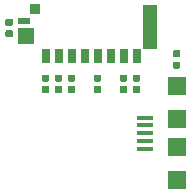
<source format=gbr>
G04 #@! TF.GenerationSoftware,KiCad,Pcbnew,5.1.2+dfsg1-1*
G04 #@! TF.CreationDate,2019-07-11T20:13:02+09:00*
G04 #@! TF.ProjectId,slice_sdusbios,736c6963-655f-4736-9475-7362696f732e,rev?*
G04 #@! TF.SameCoordinates,Original*
G04 #@! TF.FileFunction,Paste,Top*
G04 #@! TF.FilePolarity,Positive*
%FSLAX46Y46*%
G04 Gerber Fmt 4.6, Leading zero omitted, Abs format (unit mm)*
G04 Created by KiCad (PCBNEW 5.1.2+dfsg1-1) date 2019-07-11 20:13:02*
%MOMM*%
%LPD*%
G04 APERTURE LIST*
%ADD10R,1.200000X3.790000*%
%ADD11R,1.450000X1.400000*%
%ADD12R,0.950000X0.850000*%
%ADD13R,1.000000X0.600000*%
%ADD14R,0.700000X1.250000*%
%ADD15R,1.400000X0.400000*%
%ADD16R,1.520000X1.520000*%
%ADD17C,0.150000*%
%ADD18C,0.590000*%
G04 APERTURE END LIST*
D10*
X158870000Y-85220000D03*
D11*
X148400000Y-85970000D03*
D12*
X149150000Y-83750000D03*
D13*
X148170000Y-84720000D03*
D14*
X157720000Y-87690000D03*
X156620000Y-87690000D03*
X155520000Y-87690000D03*
X154420000Y-87690000D03*
X153320000Y-87690000D03*
X152220000Y-87690000D03*
X151120000Y-87690000D03*
X150020000Y-87690000D03*
D15*
X158470000Y-95530000D03*
X158470000Y-94880000D03*
X158470000Y-94230000D03*
X158470000Y-93580000D03*
X158470000Y-92930000D03*
D16*
X161120000Y-98230000D03*
X161120000Y-95430000D03*
X161120000Y-93030000D03*
X161120000Y-90230000D03*
D17*
G36*
X147126958Y-85520710D02*
G01*
X147141276Y-85522834D01*
X147155317Y-85526351D01*
X147168946Y-85531228D01*
X147182031Y-85537417D01*
X147194447Y-85544858D01*
X147206073Y-85553481D01*
X147216798Y-85563202D01*
X147226519Y-85573927D01*
X147235142Y-85585553D01*
X147242583Y-85597969D01*
X147248772Y-85611054D01*
X147253649Y-85624683D01*
X147257166Y-85638724D01*
X147259290Y-85653042D01*
X147260000Y-85667500D01*
X147260000Y-85962500D01*
X147259290Y-85976958D01*
X147257166Y-85991276D01*
X147253649Y-86005317D01*
X147248772Y-86018946D01*
X147242583Y-86032031D01*
X147235142Y-86044447D01*
X147226519Y-86056073D01*
X147216798Y-86066798D01*
X147206073Y-86076519D01*
X147194447Y-86085142D01*
X147182031Y-86092583D01*
X147168946Y-86098772D01*
X147155317Y-86103649D01*
X147141276Y-86107166D01*
X147126958Y-86109290D01*
X147112500Y-86110000D01*
X146767500Y-86110000D01*
X146753042Y-86109290D01*
X146738724Y-86107166D01*
X146724683Y-86103649D01*
X146711054Y-86098772D01*
X146697969Y-86092583D01*
X146685553Y-86085142D01*
X146673927Y-86076519D01*
X146663202Y-86066798D01*
X146653481Y-86056073D01*
X146644858Y-86044447D01*
X146637417Y-86032031D01*
X146631228Y-86018946D01*
X146626351Y-86005317D01*
X146622834Y-85991276D01*
X146620710Y-85976958D01*
X146620000Y-85962500D01*
X146620000Y-85667500D01*
X146620710Y-85653042D01*
X146622834Y-85638724D01*
X146626351Y-85624683D01*
X146631228Y-85611054D01*
X146637417Y-85597969D01*
X146644858Y-85585553D01*
X146653481Y-85573927D01*
X146663202Y-85563202D01*
X146673927Y-85553481D01*
X146685553Y-85544858D01*
X146697969Y-85537417D01*
X146711054Y-85531228D01*
X146724683Y-85526351D01*
X146738724Y-85522834D01*
X146753042Y-85520710D01*
X146767500Y-85520000D01*
X147112500Y-85520000D01*
X147126958Y-85520710D01*
X147126958Y-85520710D01*
G37*
D18*
X146940000Y-85815000D03*
D17*
G36*
X147126958Y-84550710D02*
G01*
X147141276Y-84552834D01*
X147155317Y-84556351D01*
X147168946Y-84561228D01*
X147182031Y-84567417D01*
X147194447Y-84574858D01*
X147206073Y-84583481D01*
X147216798Y-84593202D01*
X147226519Y-84603927D01*
X147235142Y-84615553D01*
X147242583Y-84627969D01*
X147248772Y-84641054D01*
X147253649Y-84654683D01*
X147257166Y-84668724D01*
X147259290Y-84683042D01*
X147260000Y-84697500D01*
X147260000Y-84992500D01*
X147259290Y-85006958D01*
X147257166Y-85021276D01*
X147253649Y-85035317D01*
X147248772Y-85048946D01*
X147242583Y-85062031D01*
X147235142Y-85074447D01*
X147226519Y-85086073D01*
X147216798Y-85096798D01*
X147206073Y-85106519D01*
X147194447Y-85115142D01*
X147182031Y-85122583D01*
X147168946Y-85128772D01*
X147155317Y-85133649D01*
X147141276Y-85137166D01*
X147126958Y-85139290D01*
X147112500Y-85140000D01*
X146767500Y-85140000D01*
X146753042Y-85139290D01*
X146738724Y-85137166D01*
X146724683Y-85133649D01*
X146711054Y-85128772D01*
X146697969Y-85122583D01*
X146685553Y-85115142D01*
X146673927Y-85106519D01*
X146663202Y-85096798D01*
X146653481Y-85086073D01*
X146644858Y-85074447D01*
X146637417Y-85062031D01*
X146631228Y-85048946D01*
X146626351Y-85035317D01*
X146622834Y-85021276D01*
X146620710Y-85006958D01*
X146620000Y-84992500D01*
X146620000Y-84697500D01*
X146620710Y-84683042D01*
X146622834Y-84668724D01*
X146626351Y-84654683D01*
X146631228Y-84641054D01*
X146637417Y-84627969D01*
X146644858Y-84615553D01*
X146653481Y-84603927D01*
X146663202Y-84593202D01*
X146673927Y-84583481D01*
X146685553Y-84574858D01*
X146697969Y-84567417D01*
X146711054Y-84561228D01*
X146724683Y-84556351D01*
X146738724Y-84552834D01*
X146753042Y-84550710D01*
X146767500Y-84550000D01*
X147112500Y-84550000D01*
X147126958Y-84550710D01*
X147126958Y-84550710D01*
G37*
D18*
X146940000Y-84845000D03*
D17*
G36*
X157906958Y-90240710D02*
G01*
X157921276Y-90242834D01*
X157935317Y-90246351D01*
X157948946Y-90251228D01*
X157962031Y-90257417D01*
X157974447Y-90264858D01*
X157986073Y-90273481D01*
X157996798Y-90283202D01*
X158006519Y-90293927D01*
X158015142Y-90305553D01*
X158022583Y-90317969D01*
X158028772Y-90331054D01*
X158033649Y-90344683D01*
X158037166Y-90358724D01*
X158039290Y-90373042D01*
X158040000Y-90387500D01*
X158040000Y-90682500D01*
X158039290Y-90696958D01*
X158037166Y-90711276D01*
X158033649Y-90725317D01*
X158028772Y-90738946D01*
X158022583Y-90752031D01*
X158015142Y-90764447D01*
X158006519Y-90776073D01*
X157996798Y-90786798D01*
X157986073Y-90796519D01*
X157974447Y-90805142D01*
X157962031Y-90812583D01*
X157948946Y-90818772D01*
X157935317Y-90823649D01*
X157921276Y-90827166D01*
X157906958Y-90829290D01*
X157892500Y-90830000D01*
X157547500Y-90830000D01*
X157533042Y-90829290D01*
X157518724Y-90827166D01*
X157504683Y-90823649D01*
X157491054Y-90818772D01*
X157477969Y-90812583D01*
X157465553Y-90805142D01*
X157453927Y-90796519D01*
X157443202Y-90786798D01*
X157433481Y-90776073D01*
X157424858Y-90764447D01*
X157417417Y-90752031D01*
X157411228Y-90738946D01*
X157406351Y-90725317D01*
X157402834Y-90711276D01*
X157400710Y-90696958D01*
X157400000Y-90682500D01*
X157400000Y-90387500D01*
X157400710Y-90373042D01*
X157402834Y-90358724D01*
X157406351Y-90344683D01*
X157411228Y-90331054D01*
X157417417Y-90317969D01*
X157424858Y-90305553D01*
X157433481Y-90293927D01*
X157443202Y-90283202D01*
X157453927Y-90273481D01*
X157465553Y-90264858D01*
X157477969Y-90257417D01*
X157491054Y-90251228D01*
X157504683Y-90246351D01*
X157518724Y-90242834D01*
X157533042Y-90240710D01*
X157547500Y-90240000D01*
X157892500Y-90240000D01*
X157906958Y-90240710D01*
X157906958Y-90240710D01*
G37*
D18*
X157720000Y-90535000D03*
D17*
G36*
X157906958Y-89270710D02*
G01*
X157921276Y-89272834D01*
X157935317Y-89276351D01*
X157948946Y-89281228D01*
X157962031Y-89287417D01*
X157974447Y-89294858D01*
X157986073Y-89303481D01*
X157996798Y-89313202D01*
X158006519Y-89323927D01*
X158015142Y-89335553D01*
X158022583Y-89347969D01*
X158028772Y-89361054D01*
X158033649Y-89374683D01*
X158037166Y-89388724D01*
X158039290Y-89403042D01*
X158040000Y-89417500D01*
X158040000Y-89712500D01*
X158039290Y-89726958D01*
X158037166Y-89741276D01*
X158033649Y-89755317D01*
X158028772Y-89768946D01*
X158022583Y-89782031D01*
X158015142Y-89794447D01*
X158006519Y-89806073D01*
X157996798Y-89816798D01*
X157986073Y-89826519D01*
X157974447Y-89835142D01*
X157962031Y-89842583D01*
X157948946Y-89848772D01*
X157935317Y-89853649D01*
X157921276Y-89857166D01*
X157906958Y-89859290D01*
X157892500Y-89860000D01*
X157547500Y-89860000D01*
X157533042Y-89859290D01*
X157518724Y-89857166D01*
X157504683Y-89853649D01*
X157491054Y-89848772D01*
X157477969Y-89842583D01*
X157465553Y-89835142D01*
X157453927Y-89826519D01*
X157443202Y-89816798D01*
X157433481Y-89806073D01*
X157424858Y-89794447D01*
X157417417Y-89782031D01*
X157411228Y-89768946D01*
X157406351Y-89755317D01*
X157402834Y-89741276D01*
X157400710Y-89726958D01*
X157400000Y-89712500D01*
X157400000Y-89417500D01*
X157400710Y-89403042D01*
X157402834Y-89388724D01*
X157406351Y-89374683D01*
X157411228Y-89361054D01*
X157417417Y-89347969D01*
X157424858Y-89335553D01*
X157433481Y-89323927D01*
X157443202Y-89313202D01*
X157453927Y-89303481D01*
X157465553Y-89294858D01*
X157477969Y-89287417D01*
X157491054Y-89281228D01*
X157504683Y-89276351D01*
X157518724Y-89272834D01*
X157533042Y-89270710D01*
X157547500Y-89270000D01*
X157892500Y-89270000D01*
X157906958Y-89270710D01*
X157906958Y-89270710D01*
G37*
D18*
X157720000Y-89565000D03*
D17*
G36*
X156806958Y-90240710D02*
G01*
X156821276Y-90242834D01*
X156835317Y-90246351D01*
X156848946Y-90251228D01*
X156862031Y-90257417D01*
X156874447Y-90264858D01*
X156886073Y-90273481D01*
X156896798Y-90283202D01*
X156906519Y-90293927D01*
X156915142Y-90305553D01*
X156922583Y-90317969D01*
X156928772Y-90331054D01*
X156933649Y-90344683D01*
X156937166Y-90358724D01*
X156939290Y-90373042D01*
X156940000Y-90387500D01*
X156940000Y-90682500D01*
X156939290Y-90696958D01*
X156937166Y-90711276D01*
X156933649Y-90725317D01*
X156928772Y-90738946D01*
X156922583Y-90752031D01*
X156915142Y-90764447D01*
X156906519Y-90776073D01*
X156896798Y-90786798D01*
X156886073Y-90796519D01*
X156874447Y-90805142D01*
X156862031Y-90812583D01*
X156848946Y-90818772D01*
X156835317Y-90823649D01*
X156821276Y-90827166D01*
X156806958Y-90829290D01*
X156792500Y-90830000D01*
X156447500Y-90830000D01*
X156433042Y-90829290D01*
X156418724Y-90827166D01*
X156404683Y-90823649D01*
X156391054Y-90818772D01*
X156377969Y-90812583D01*
X156365553Y-90805142D01*
X156353927Y-90796519D01*
X156343202Y-90786798D01*
X156333481Y-90776073D01*
X156324858Y-90764447D01*
X156317417Y-90752031D01*
X156311228Y-90738946D01*
X156306351Y-90725317D01*
X156302834Y-90711276D01*
X156300710Y-90696958D01*
X156300000Y-90682500D01*
X156300000Y-90387500D01*
X156300710Y-90373042D01*
X156302834Y-90358724D01*
X156306351Y-90344683D01*
X156311228Y-90331054D01*
X156317417Y-90317969D01*
X156324858Y-90305553D01*
X156333481Y-90293927D01*
X156343202Y-90283202D01*
X156353927Y-90273481D01*
X156365553Y-90264858D01*
X156377969Y-90257417D01*
X156391054Y-90251228D01*
X156404683Y-90246351D01*
X156418724Y-90242834D01*
X156433042Y-90240710D01*
X156447500Y-90240000D01*
X156792500Y-90240000D01*
X156806958Y-90240710D01*
X156806958Y-90240710D01*
G37*
D18*
X156620000Y-90535000D03*
D17*
G36*
X156806958Y-89270710D02*
G01*
X156821276Y-89272834D01*
X156835317Y-89276351D01*
X156848946Y-89281228D01*
X156862031Y-89287417D01*
X156874447Y-89294858D01*
X156886073Y-89303481D01*
X156896798Y-89313202D01*
X156906519Y-89323927D01*
X156915142Y-89335553D01*
X156922583Y-89347969D01*
X156928772Y-89361054D01*
X156933649Y-89374683D01*
X156937166Y-89388724D01*
X156939290Y-89403042D01*
X156940000Y-89417500D01*
X156940000Y-89712500D01*
X156939290Y-89726958D01*
X156937166Y-89741276D01*
X156933649Y-89755317D01*
X156928772Y-89768946D01*
X156922583Y-89782031D01*
X156915142Y-89794447D01*
X156906519Y-89806073D01*
X156896798Y-89816798D01*
X156886073Y-89826519D01*
X156874447Y-89835142D01*
X156862031Y-89842583D01*
X156848946Y-89848772D01*
X156835317Y-89853649D01*
X156821276Y-89857166D01*
X156806958Y-89859290D01*
X156792500Y-89860000D01*
X156447500Y-89860000D01*
X156433042Y-89859290D01*
X156418724Y-89857166D01*
X156404683Y-89853649D01*
X156391054Y-89848772D01*
X156377969Y-89842583D01*
X156365553Y-89835142D01*
X156353927Y-89826519D01*
X156343202Y-89816798D01*
X156333481Y-89806073D01*
X156324858Y-89794447D01*
X156317417Y-89782031D01*
X156311228Y-89768946D01*
X156306351Y-89755317D01*
X156302834Y-89741276D01*
X156300710Y-89726958D01*
X156300000Y-89712500D01*
X156300000Y-89417500D01*
X156300710Y-89403042D01*
X156302834Y-89388724D01*
X156306351Y-89374683D01*
X156311228Y-89361054D01*
X156317417Y-89347969D01*
X156324858Y-89335553D01*
X156333481Y-89323927D01*
X156343202Y-89313202D01*
X156353927Y-89303481D01*
X156365553Y-89294858D01*
X156377969Y-89287417D01*
X156391054Y-89281228D01*
X156404683Y-89276351D01*
X156418724Y-89272834D01*
X156433042Y-89270710D01*
X156447500Y-89270000D01*
X156792500Y-89270000D01*
X156806958Y-89270710D01*
X156806958Y-89270710D01*
G37*
D18*
X156620000Y-89565000D03*
D17*
G36*
X154606958Y-90240710D02*
G01*
X154621276Y-90242834D01*
X154635317Y-90246351D01*
X154648946Y-90251228D01*
X154662031Y-90257417D01*
X154674447Y-90264858D01*
X154686073Y-90273481D01*
X154696798Y-90283202D01*
X154706519Y-90293927D01*
X154715142Y-90305553D01*
X154722583Y-90317969D01*
X154728772Y-90331054D01*
X154733649Y-90344683D01*
X154737166Y-90358724D01*
X154739290Y-90373042D01*
X154740000Y-90387500D01*
X154740000Y-90682500D01*
X154739290Y-90696958D01*
X154737166Y-90711276D01*
X154733649Y-90725317D01*
X154728772Y-90738946D01*
X154722583Y-90752031D01*
X154715142Y-90764447D01*
X154706519Y-90776073D01*
X154696798Y-90786798D01*
X154686073Y-90796519D01*
X154674447Y-90805142D01*
X154662031Y-90812583D01*
X154648946Y-90818772D01*
X154635317Y-90823649D01*
X154621276Y-90827166D01*
X154606958Y-90829290D01*
X154592500Y-90830000D01*
X154247500Y-90830000D01*
X154233042Y-90829290D01*
X154218724Y-90827166D01*
X154204683Y-90823649D01*
X154191054Y-90818772D01*
X154177969Y-90812583D01*
X154165553Y-90805142D01*
X154153927Y-90796519D01*
X154143202Y-90786798D01*
X154133481Y-90776073D01*
X154124858Y-90764447D01*
X154117417Y-90752031D01*
X154111228Y-90738946D01*
X154106351Y-90725317D01*
X154102834Y-90711276D01*
X154100710Y-90696958D01*
X154100000Y-90682500D01*
X154100000Y-90387500D01*
X154100710Y-90373042D01*
X154102834Y-90358724D01*
X154106351Y-90344683D01*
X154111228Y-90331054D01*
X154117417Y-90317969D01*
X154124858Y-90305553D01*
X154133481Y-90293927D01*
X154143202Y-90283202D01*
X154153927Y-90273481D01*
X154165553Y-90264858D01*
X154177969Y-90257417D01*
X154191054Y-90251228D01*
X154204683Y-90246351D01*
X154218724Y-90242834D01*
X154233042Y-90240710D01*
X154247500Y-90240000D01*
X154592500Y-90240000D01*
X154606958Y-90240710D01*
X154606958Y-90240710D01*
G37*
D18*
X154420000Y-90535000D03*
D17*
G36*
X154606958Y-89270710D02*
G01*
X154621276Y-89272834D01*
X154635317Y-89276351D01*
X154648946Y-89281228D01*
X154662031Y-89287417D01*
X154674447Y-89294858D01*
X154686073Y-89303481D01*
X154696798Y-89313202D01*
X154706519Y-89323927D01*
X154715142Y-89335553D01*
X154722583Y-89347969D01*
X154728772Y-89361054D01*
X154733649Y-89374683D01*
X154737166Y-89388724D01*
X154739290Y-89403042D01*
X154740000Y-89417500D01*
X154740000Y-89712500D01*
X154739290Y-89726958D01*
X154737166Y-89741276D01*
X154733649Y-89755317D01*
X154728772Y-89768946D01*
X154722583Y-89782031D01*
X154715142Y-89794447D01*
X154706519Y-89806073D01*
X154696798Y-89816798D01*
X154686073Y-89826519D01*
X154674447Y-89835142D01*
X154662031Y-89842583D01*
X154648946Y-89848772D01*
X154635317Y-89853649D01*
X154621276Y-89857166D01*
X154606958Y-89859290D01*
X154592500Y-89860000D01*
X154247500Y-89860000D01*
X154233042Y-89859290D01*
X154218724Y-89857166D01*
X154204683Y-89853649D01*
X154191054Y-89848772D01*
X154177969Y-89842583D01*
X154165553Y-89835142D01*
X154153927Y-89826519D01*
X154143202Y-89816798D01*
X154133481Y-89806073D01*
X154124858Y-89794447D01*
X154117417Y-89782031D01*
X154111228Y-89768946D01*
X154106351Y-89755317D01*
X154102834Y-89741276D01*
X154100710Y-89726958D01*
X154100000Y-89712500D01*
X154100000Y-89417500D01*
X154100710Y-89403042D01*
X154102834Y-89388724D01*
X154106351Y-89374683D01*
X154111228Y-89361054D01*
X154117417Y-89347969D01*
X154124858Y-89335553D01*
X154133481Y-89323927D01*
X154143202Y-89313202D01*
X154153927Y-89303481D01*
X154165553Y-89294858D01*
X154177969Y-89287417D01*
X154191054Y-89281228D01*
X154204683Y-89276351D01*
X154218724Y-89272834D01*
X154233042Y-89270710D01*
X154247500Y-89270000D01*
X154592500Y-89270000D01*
X154606958Y-89270710D01*
X154606958Y-89270710D01*
G37*
D18*
X154420000Y-89565000D03*
D17*
G36*
X152406958Y-90240710D02*
G01*
X152421276Y-90242834D01*
X152435317Y-90246351D01*
X152448946Y-90251228D01*
X152462031Y-90257417D01*
X152474447Y-90264858D01*
X152486073Y-90273481D01*
X152496798Y-90283202D01*
X152506519Y-90293927D01*
X152515142Y-90305553D01*
X152522583Y-90317969D01*
X152528772Y-90331054D01*
X152533649Y-90344683D01*
X152537166Y-90358724D01*
X152539290Y-90373042D01*
X152540000Y-90387500D01*
X152540000Y-90682500D01*
X152539290Y-90696958D01*
X152537166Y-90711276D01*
X152533649Y-90725317D01*
X152528772Y-90738946D01*
X152522583Y-90752031D01*
X152515142Y-90764447D01*
X152506519Y-90776073D01*
X152496798Y-90786798D01*
X152486073Y-90796519D01*
X152474447Y-90805142D01*
X152462031Y-90812583D01*
X152448946Y-90818772D01*
X152435317Y-90823649D01*
X152421276Y-90827166D01*
X152406958Y-90829290D01*
X152392500Y-90830000D01*
X152047500Y-90830000D01*
X152033042Y-90829290D01*
X152018724Y-90827166D01*
X152004683Y-90823649D01*
X151991054Y-90818772D01*
X151977969Y-90812583D01*
X151965553Y-90805142D01*
X151953927Y-90796519D01*
X151943202Y-90786798D01*
X151933481Y-90776073D01*
X151924858Y-90764447D01*
X151917417Y-90752031D01*
X151911228Y-90738946D01*
X151906351Y-90725317D01*
X151902834Y-90711276D01*
X151900710Y-90696958D01*
X151900000Y-90682500D01*
X151900000Y-90387500D01*
X151900710Y-90373042D01*
X151902834Y-90358724D01*
X151906351Y-90344683D01*
X151911228Y-90331054D01*
X151917417Y-90317969D01*
X151924858Y-90305553D01*
X151933481Y-90293927D01*
X151943202Y-90283202D01*
X151953927Y-90273481D01*
X151965553Y-90264858D01*
X151977969Y-90257417D01*
X151991054Y-90251228D01*
X152004683Y-90246351D01*
X152018724Y-90242834D01*
X152033042Y-90240710D01*
X152047500Y-90240000D01*
X152392500Y-90240000D01*
X152406958Y-90240710D01*
X152406958Y-90240710D01*
G37*
D18*
X152220000Y-90535000D03*
D17*
G36*
X152406958Y-89270710D02*
G01*
X152421276Y-89272834D01*
X152435317Y-89276351D01*
X152448946Y-89281228D01*
X152462031Y-89287417D01*
X152474447Y-89294858D01*
X152486073Y-89303481D01*
X152496798Y-89313202D01*
X152506519Y-89323927D01*
X152515142Y-89335553D01*
X152522583Y-89347969D01*
X152528772Y-89361054D01*
X152533649Y-89374683D01*
X152537166Y-89388724D01*
X152539290Y-89403042D01*
X152540000Y-89417500D01*
X152540000Y-89712500D01*
X152539290Y-89726958D01*
X152537166Y-89741276D01*
X152533649Y-89755317D01*
X152528772Y-89768946D01*
X152522583Y-89782031D01*
X152515142Y-89794447D01*
X152506519Y-89806073D01*
X152496798Y-89816798D01*
X152486073Y-89826519D01*
X152474447Y-89835142D01*
X152462031Y-89842583D01*
X152448946Y-89848772D01*
X152435317Y-89853649D01*
X152421276Y-89857166D01*
X152406958Y-89859290D01*
X152392500Y-89860000D01*
X152047500Y-89860000D01*
X152033042Y-89859290D01*
X152018724Y-89857166D01*
X152004683Y-89853649D01*
X151991054Y-89848772D01*
X151977969Y-89842583D01*
X151965553Y-89835142D01*
X151953927Y-89826519D01*
X151943202Y-89816798D01*
X151933481Y-89806073D01*
X151924858Y-89794447D01*
X151917417Y-89782031D01*
X151911228Y-89768946D01*
X151906351Y-89755317D01*
X151902834Y-89741276D01*
X151900710Y-89726958D01*
X151900000Y-89712500D01*
X151900000Y-89417500D01*
X151900710Y-89403042D01*
X151902834Y-89388724D01*
X151906351Y-89374683D01*
X151911228Y-89361054D01*
X151917417Y-89347969D01*
X151924858Y-89335553D01*
X151933481Y-89323927D01*
X151943202Y-89313202D01*
X151953927Y-89303481D01*
X151965553Y-89294858D01*
X151977969Y-89287417D01*
X151991054Y-89281228D01*
X152004683Y-89276351D01*
X152018724Y-89272834D01*
X152033042Y-89270710D01*
X152047500Y-89270000D01*
X152392500Y-89270000D01*
X152406958Y-89270710D01*
X152406958Y-89270710D01*
G37*
D18*
X152220000Y-89565000D03*
D17*
G36*
X151306958Y-90240710D02*
G01*
X151321276Y-90242834D01*
X151335317Y-90246351D01*
X151348946Y-90251228D01*
X151362031Y-90257417D01*
X151374447Y-90264858D01*
X151386073Y-90273481D01*
X151396798Y-90283202D01*
X151406519Y-90293927D01*
X151415142Y-90305553D01*
X151422583Y-90317969D01*
X151428772Y-90331054D01*
X151433649Y-90344683D01*
X151437166Y-90358724D01*
X151439290Y-90373042D01*
X151440000Y-90387500D01*
X151440000Y-90682500D01*
X151439290Y-90696958D01*
X151437166Y-90711276D01*
X151433649Y-90725317D01*
X151428772Y-90738946D01*
X151422583Y-90752031D01*
X151415142Y-90764447D01*
X151406519Y-90776073D01*
X151396798Y-90786798D01*
X151386073Y-90796519D01*
X151374447Y-90805142D01*
X151362031Y-90812583D01*
X151348946Y-90818772D01*
X151335317Y-90823649D01*
X151321276Y-90827166D01*
X151306958Y-90829290D01*
X151292500Y-90830000D01*
X150947500Y-90830000D01*
X150933042Y-90829290D01*
X150918724Y-90827166D01*
X150904683Y-90823649D01*
X150891054Y-90818772D01*
X150877969Y-90812583D01*
X150865553Y-90805142D01*
X150853927Y-90796519D01*
X150843202Y-90786798D01*
X150833481Y-90776073D01*
X150824858Y-90764447D01*
X150817417Y-90752031D01*
X150811228Y-90738946D01*
X150806351Y-90725317D01*
X150802834Y-90711276D01*
X150800710Y-90696958D01*
X150800000Y-90682500D01*
X150800000Y-90387500D01*
X150800710Y-90373042D01*
X150802834Y-90358724D01*
X150806351Y-90344683D01*
X150811228Y-90331054D01*
X150817417Y-90317969D01*
X150824858Y-90305553D01*
X150833481Y-90293927D01*
X150843202Y-90283202D01*
X150853927Y-90273481D01*
X150865553Y-90264858D01*
X150877969Y-90257417D01*
X150891054Y-90251228D01*
X150904683Y-90246351D01*
X150918724Y-90242834D01*
X150933042Y-90240710D01*
X150947500Y-90240000D01*
X151292500Y-90240000D01*
X151306958Y-90240710D01*
X151306958Y-90240710D01*
G37*
D18*
X151120000Y-90535000D03*
D17*
G36*
X151306958Y-89270710D02*
G01*
X151321276Y-89272834D01*
X151335317Y-89276351D01*
X151348946Y-89281228D01*
X151362031Y-89287417D01*
X151374447Y-89294858D01*
X151386073Y-89303481D01*
X151396798Y-89313202D01*
X151406519Y-89323927D01*
X151415142Y-89335553D01*
X151422583Y-89347969D01*
X151428772Y-89361054D01*
X151433649Y-89374683D01*
X151437166Y-89388724D01*
X151439290Y-89403042D01*
X151440000Y-89417500D01*
X151440000Y-89712500D01*
X151439290Y-89726958D01*
X151437166Y-89741276D01*
X151433649Y-89755317D01*
X151428772Y-89768946D01*
X151422583Y-89782031D01*
X151415142Y-89794447D01*
X151406519Y-89806073D01*
X151396798Y-89816798D01*
X151386073Y-89826519D01*
X151374447Y-89835142D01*
X151362031Y-89842583D01*
X151348946Y-89848772D01*
X151335317Y-89853649D01*
X151321276Y-89857166D01*
X151306958Y-89859290D01*
X151292500Y-89860000D01*
X150947500Y-89860000D01*
X150933042Y-89859290D01*
X150918724Y-89857166D01*
X150904683Y-89853649D01*
X150891054Y-89848772D01*
X150877969Y-89842583D01*
X150865553Y-89835142D01*
X150853927Y-89826519D01*
X150843202Y-89816798D01*
X150833481Y-89806073D01*
X150824858Y-89794447D01*
X150817417Y-89782031D01*
X150811228Y-89768946D01*
X150806351Y-89755317D01*
X150802834Y-89741276D01*
X150800710Y-89726958D01*
X150800000Y-89712500D01*
X150800000Y-89417500D01*
X150800710Y-89403042D01*
X150802834Y-89388724D01*
X150806351Y-89374683D01*
X150811228Y-89361054D01*
X150817417Y-89347969D01*
X150824858Y-89335553D01*
X150833481Y-89323927D01*
X150843202Y-89313202D01*
X150853927Y-89303481D01*
X150865553Y-89294858D01*
X150877969Y-89287417D01*
X150891054Y-89281228D01*
X150904683Y-89276351D01*
X150918724Y-89272834D01*
X150933042Y-89270710D01*
X150947500Y-89270000D01*
X151292500Y-89270000D01*
X151306958Y-89270710D01*
X151306958Y-89270710D01*
G37*
D18*
X151120000Y-89565000D03*
D17*
G36*
X150206958Y-90240710D02*
G01*
X150221276Y-90242834D01*
X150235317Y-90246351D01*
X150248946Y-90251228D01*
X150262031Y-90257417D01*
X150274447Y-90264858D01*
X150286073Y-90273481D01*
X150296798Y-90283202D01*
X150306519Y-90293927D01*
X150315142Y-90305553D01*
X150322583Y-90317969D01*
X150328772Y-90331054D01*
X150333649Y-90344683D01*
X150337166Y-90358724D01*
X150339290Y-90373042D01*
X150340000Y-90387500D01*
X150340000Y-90682500D01*
X150339290Y-90696958D01*
X150337166Y-90711276D01*
X150333649Y-90725317D01*
X150328772Y-90738946D01*
X150322583Y-90752031D01*
X150315142Y-90764447D01*
X150306519Y-90776073D01*
X150296798Y-90786798D01*
X150286073Y-90796519D01*
X150274447Y-90805142D01*
X150262031Y-90812583D01*
X150248946Y-90818772D01*
X150235317Y-90823649D01*
X150221276Y-90827166D01*
X150206958Y-90829290D01*
X150192500Y-90830000D01*
X149847500Y-90830000D01*
X149833042Y-90829290D01*
X149818724Y-90827166D01*
X149804683Y-90823649D01*
X149791054Y-90818772D01*
X149777969Y-90812583D01*
X149765553Y-90805142D01*
X149753927Y-90796519D01*
X149743202Y-90786798D01*
X149733481Y-90776073D01*
X149724858Y-90764447D01*
X149717417Y-90752031D01*
X149711228Y-90738946D01*
X149706351Y-90725317D01*
X149702834Y-90711276D01*
X149700710Y-90696958D01*
X149700000Y-90682500D01*
X149700000Y-90387500D01*
X149700710Y-90373042D01*
X149702834Y-90358724D01*
X149706351Y-90344683D01*
X149711228Y-90331054D01*
X149717417Y-90317969D01*
X149724858Y-90305553D01*
X149733481Y-90293927D01*
X149743202Y-90283202D01*
X149753927Y-90273481D01*
X149765553Y-90264858D01*
X149777969Y-90257417D01*
X149791054Y-90251228D01*
X149804683Y-90246351D01*
X149818724Y-90242834D01*
X149833042Y-90240710D01*
X149847500Y-90240000D01*
X150192500Y-90240000D01*
X150206958Y-90240710D01*
X150206958Y-90240710D01*
G37*
D18*
X150020000Y-90535000D03*
D17*
G36*
X150206958Y-89270710D02*
G01*
X150221276Y-89272834D01*
X150235317Y-89276351D01*
X150248946Y-89281228D01*
X150262031Y-89287417D01*
X150274447Y-89294858D01*
X150286073Y-89303481D01*
X150296798Y-89313202D01*
X150306519Y-89323927D01*
X150315142Y-89335553D01*
X150322583Y-89347969D01*
X150328772Y-89361054D01*
X150333649Y-89374683D01*
X150337166Y-89388724D01*
X150339290Y-89403042D01*
X150340000Y-89417500D01*
X150340000Y-89712500D01*
X150339290Y-89726958D01*
X150337166Y-89741276D01*
X150333649Y-89755317D01*
X150328772Y-89768946D01*
X150322583Y-89782031D01*
X150315142Y-89794447D01*
X150306519Y-89806073D01*
X150296798Y-89816798D01*
X150286073Y-89826519D01*
X150274447Y-89835142D01*
X150262031Y-89842583D01*
X150248946Y-89848772D01*
X150235317Y-89853649D01*
X150221276Y-89857166D01*
X150206958Y-89859290D01*
X150192500Y-89860000D01*
X149847500Y-89860000D01*
X149833042Y-89859290D01*
X149818724Y-89857166D01*
X149804683Y-89853649D01*
X149791054Y-89848772D01*
X149777969Y-89842583D01*
X149765553Y-89835142D01*
X149753927Y-89826519D01*
X149743202Y-89816798D01*
X149733481Y-89806073D01*
X149724858Y-89794447D01*
X149717417Y-89782031D01*
X149711228Y-89768946D01*
X149706351Y-89755317D01*
X149702834Y-89741276D01*
X149700710Y-89726958D01*
X149700000Y-89712500D01*
X149700000Y-89417500D01*
X149700710Y-89403042D01*
X149702834Y-89388724D01*
X149706351Y-89374683D01*
X149711228Y-89361054D01*
X149717417Y-89347969D01*
X149724858Y-89335553D01*
X149733481Y-89323927D01*
X149743202Y-89313202D01*
X149753927Y-89303481D01*
X149765553Y-89294858D01*
X149777969Y-89287417D01*
X149791054Y-89281228D01*
X149804683Y-89276351D01*
X149818724Y-89272834D01*
X149833042Y-89270710D01*
X149847500Y-89270000D01*
X150192500Y-89270000D01*
X150206958Y-89270710D01*
X150206958Y-89270710D01*
G37*
D18*
X150020000Y-89565000D03*
D17*
G36*
X161306958Y-87200710D02*
G01*
X161321276Y-87202834D01*
X161335317Y-87206351D01*
X161348946Y-87211228D01*
X161362031Y-87217417D01*
X161374447Y-87224858D01*
X161386073Y-87233481D01*
X161396798Y-87243202D01*
X161406519Y-87253927D01*
X161415142Y-87265553D01*
X161422583Y-87277969D01*
X161428772Y-87291054D01*
X161433649Y-87304683D01*
X161437166Y-87318724D01*
X161439290Y-87333042D01*
X161440000Y-87347500D01*
X161440000Y-87642500D01*
X161439290Y-87656958D01*
X161437166Y-87671276D01*
X161433649Y-87685317D01*
X161428772Y-87698946D01*
X161422583Y-87712031D01*
X161415142Y-87724447D01*
X161406519Y-87736073D01*
X161396798Y-87746798D01*
X161386073Y-87756519D01*
X161374447Y-87765142D01*
X161362031Y-87772583D01*
X161348946Y-87778772D01*
X161335317Y-87783649D01*
X161321276Y-87787166D01*
X161306958Y-87789290D01*
X161292500Y-87790000D01*
X160947500Y-87790000D01*
X160933042Y-87789290D01*
X160918724Y-87787166D01*
X160904683Y-87783649D01*
X160891054Y-87778772D01*
X160877969Y-87772583D01*
X160865553Y-87765142D01*
X160853927Y-87756519D01*
X160843202Y-87746798D01*
X160833481Y-87736073D01*
X160824858Y-87724447D01*
X160817417Y-87712031D01*
X160811228Y-87698946D01*
X160806351Y-87685317D01*
X160802834Y-87671276D01*
X160800710Y-87656958D01*
X160800000Y-87642500D01*
X160800000Y-87347500D01*
X160800710Y-87333042D01*
X160802834Y-87318724D01*
X160806351Y-87304683D01*
X160811228Y-87291054D01*
X160817417Y-87277969D01*
X160824858Y-87265553D01*
X160833481Y-87253927D01*
X160843202Y-87243202D01*
X160853927Y-87233481D01*
X160865553Y-87224858D01*
X160877969Y-87217417D01*
X160891054Y-87211228D01*
X160904683Y-87206351D01*
X160918724Y-87202834D01*
X160933042Y-87200710D01*
X160947500Y-87200000D01*
X161292500Y-87200000D01*
X161306958Y-87200710D01*
X161306958Y-87200710D01*
G37*
D18*
X161120000Y-87495000D03*
D17*
G36*
X161306958Y-88170710D02*
G01*
X161321276Y-88172834D01*
X161335317Y-88176351D01*
X161348946Y-88181228D01*
X161362031Y-88187417D01*
X161374447Y-88194858D01*
X161386073Y-88203481D01*
X161396798Y-88213202D01*
X161406519Y-88223927D01*
X161415142Y-88235553D01*
X161422583Y-88247969D01*
X161428772Y-88261054D01*
X161433649Y-88274683D01*
X161437166Y-88288724D01*
X161439290Y-88303042D01*
X161440000Y-88317500D01*
X161440000Y-88612500D01*
X161439290Y-88626958D01*
X161437166Y-88641276D01*
X161433649Y-88655317D01*
X161428772Y-88668946D01*
X161422583Y-88682031D01*
X161415142Y-88694447D01*
X161406519Y-88706073D01*
X161396798Y-88716798D01*
X161386073Y-88726519D01*
X161374447Y-88735142D01*
X161362031Y-88742583D01*
X161348946Y-88748772D01*
X161335317Y-88753649D01*
X161321276Y-88757166D01*
X161306958Y-88759290D01*
X161292500Y-88760000D01*
X160947500Y-88760000D01*
X160933042Y-88759290D01*
X160918724Y-88757166D01*
X160904683Y-88753649D01*
X160891054Y-88748772D01*
X160877969Y-88742583D01*
X160865553Y-88735142D01*
X160853927Y-88726519D01*
X160843202Y-88716798D01*
X160833481Y-88706073D01*
X160824858Y-88694447D01*
X160817417Y-88682031D01*
X160811228Y-88668946D01*
X160806351Y-88655317D01*
X160802834Y-88641276D01*
X160800710Y-88626958D01*
X160800000Y-88612500D01*
X160800000Y-88317500D01*
X160800710Y-88303042D01*
X160802834Y-88288724D01*
X160806351Y-88274683D01*
X160811228Y-88261054D01*
X160817417Y-88247969D01*
X160824858Y-88235553D01*
X160833481Y-88223927D01*
X160843202Y-88213202D01*
X160853927Y-88203481D01*
X160865553Y-88194858D01*
X160877969Y-88187417D01*
X160891054Y-88181228D01*
X160904683Y-88176351D01*
X160918724Y-88172834D01*
X160933042Y-88170710D01*
X160947500Y-88170000D01*
X161292500Y-88170000D01*
X161306958Y-88170710D01*
X161306958Y-88170710D01*
G37*
D18*
X161120000Y-88465000D03*
M02*

</source>
